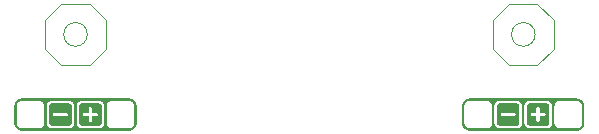
<source format=gbr>
%TF.GenerationSoftware,KiCad,Pcbnew,9.0.7*%
%TF.CreationDate,2026-02-05T22:02:29+07:00*%
%TF.ProjectId,Lapka42,4c61706b-6134-4322-9e6b-696361645f70,rev?*%
%TF.SameCoordinates,Original*%
%TF.FileFunction,Legend,Top*%
%TF.FilePolarity,Positive*%
%FSLAX46Y46*%
G04 Gerber Fmt 4.6, Leading zero omitted, Abs format (unit mm)*
G04 Created by KiCad (PCBNEW 9.0.7) date 2026-02-05 22:02:29*
%MOMM*%
%LPD*%
G01*
G04 APERTURE LIST*
%ADD10C,0.100000*%
%ADD11C,0.000000*%
G04 APERTURE END LIST*
D10*
%TO.C,SW44*%
X199750001Y-156469701D02*
G75*
G02*
X197750001Y-156469701I-1000000J0D01*
G01*
X197750001Y-156469701D02*
G75*
G02*
X199750001Y-156469701I1000000J0D01*
G01*
X201350001Y-157669701D02*
X201349999Y-155269700D01*
X201350001Y-157669701D02*
X199950001Y-159069701D01*
X199950001Y-153869701D02*
X201349999Y-155269700D01*
X197550001Y-159069701D02*
X199950001Y-159069701D01*
X197550001Y-159069701D02*
X196149999Y-157669700D01*
X197550001Y-153869701D02*
X199950001Y-153869701D01*
X196149999Y-157669700D02*
X196149997Y-155269700D01*
X196149997Y-155269700D02*
X197550001Y-153869701D01*
D11*
%TO.C,B1*%
G36*
X241208155Y-161890265D02*
G01*
X241242189Y-161892851D01*
X241275736Y-161897118D01*
X241308736Y-161903011D01*
X241341164Y-161910496D01*
X241372971Y-161919523D01*
X241404114Y-161930064D01*
X241434550Y-161942063D01*
X241464234Y-161955486D01*
X241493136Y-161970286D01*
X241521201Y-161986424D01*
X241548397Y-162003861D01*
X241574671Y-162022543D01*
X241599989Y-162042445D01*
X241624312Y-162063507D01*
X241647587Y-162085694D01*
X241669777Y-162108980D01*
X241690839Y-162133293D01*
X241710738Y-162158617D01*
X241729424Y-162184895D01*
X241746861Y-162212087D01*
X241762997Y-162240149D01*
X241777799Y-162269048D01*
X241791221Y-162298738D01*
X241803221Y-162329174D01*
X241813756Y-162360316D01*
X241822793Y-162392117D01*
X241830276Y-162424547D01*
X241836171Y-162457553D01*
X241840429Y-162491091D01*
X241843019Y-162525132D01*
X241843896Y-162559621D01*
X241843888Y-163960092D01*
X241843019Y-163994581D01*
X241840435Y-164028614D01*
X241836166Y-164062161D01*
X241830272Y-164095168D01*
X241822789Y-164127588D01*
X241813759Y-164159396D01*
X241803222Y-164190537D01*
X241791222Y-164220974D01*
X241777800Y-164250660D01*
X241762998Y-164279559D01*
X241746854Y-164307626D01*
X241729428Y-164334820D01*
X241710741Y-164361101D01*
X241690844Y-164386418D01*
X241669777Y-164410737D01*
X241647582Y-164434016D01*
X241624307Y-164456205D01*
X241599992Y-164477269D01*
X241574669Y-164497163D01*
X241548393Y-164515852D01*
X241521201Y-164533283D01*
X241493136Y-164549423D01*
X241464239Y-164564225D01*
X241434547Y-164577641D01*
X241404109Y-164589645D01*
X241372970Y-164600180D01*
X241341164Y-164609216D01*
X241308740Y-164616700D01*
X241275731Y-164622598D01*
X241242193Y-164626856D01*
X241208156Y-164629442D01*
X241173663Y-164630316D01*
X232150628Y-164630320D01*
X232116141Y-164629444D01*
X232082109Y-164626858D01*
X232048565Y-164622593D01*
X232015566Y-164616700D01*
X231983143Y-164609218D01*
X231951335Y-164600187D01*
X231920194Y-164589650D01*
X231889762Y-164577647D01*
X231860074Y-164564225D01*
X231831175Y-164549424D01*
X231803108Y-164533288D01*
X231775917Y-164515850D01*
X231749637Y-164497169D01*
X231724316Y-164477267D01*
X231699997Y-164456204D01*
X231676721Y-164434013D01*
X231654528Y-164410732D01*
X231633464Y-164386416D01*
X231613563Y-164361097D01*
X231594877Y-164334817D01*
X231577443Y-164307630D01*
X231561301Y-164279560D01*
X231546498Y-164250665D01*
X231533080Y-164220976D01*
X231521078Y-164190535D01*
X231510535Y-164159397D01*
X231501506Y-164127591D01*
X231494021Y-164095164D01*
X231488128Y-164062159D01*
X231483864Y-164028615D01*
X231481274Y-163994584D01*
X231480404Y-163960091D01*
X231480404Y-163960089D01*
X231680470Y-163960089D01*
X231681082Y-163984289D01*
X231682899Y-164008163D01*
X231685883Y-164031690D01*
X231690018Y-164054845D01*
X231695272Y-164077590D01*
X231701608Y-164099903D01*
X231709000Y-164121743D01*
X231717418Y-164143097D01*
X231726833Y-164163924D01*
X231737215Y-164184192D01*
X231748534Y-164203884D01*
X231760766Y-164222957D01*
X231773877Y-164241396D01*
X231787831Y-164259157D01*
X231802615Y-164276217D01*
X231818181Y-164292546D01*
X231834509Y-164308111D01*
X231851565Y-164322888D01*
X231869331Y-164336846D01*
X231887761Y-164349952D01*
X231906840Y-164362184D01*
X231926525Y-164373503D01*
X231946802Y-164383887D01*
X231967623Y-164393305D01*
X231988976Y-164401720D01*
X232010819Y-164409110D01*
X232033129Y-164415450D01*
X232055877Y-164420694D01*
X232079030Y-164424831D01*
X232102559Y-164427827D01*
X232126434Y-164429637D01*
X232150630Y-164430252D01*
X233551104Y-164430252D01*
X233575292Y-164429641D01*
X233599173Y-164427823D01*
X233622695Y-164424829D01*
X233645849Y-164420697D01*
X233668597Y-164415446D01*
X233690907Y-164409113D01*
X233712753Y-164401720D01*
X233734105Y-164393302D01*
X233754935Y-164383884D01*
X233775203Y-164373502D01*
X233794891Y-164362178D01*
X233813969Y-164349955D01*
X233832402Y-164336846D01*
X233850165Y-164322887D01*
X233867221Y-164308115D01*
X233883549Y-164292544D01*
X233899118Y-164276217D01*
X233913896Y-164259155D01*
X233927851Y-164241396D01*
X233940965Y-164222959D01*
X233953189Y-164203882D01*
X233964514Y-164184196D01*
X233974894Y-164163922D01*
X233984310Y-164143096D01*
X233992731Y-164121747D01*
X234000121Y-164099900D01*
X234006458Y-164077593D01*
X234011706Y-164054841D01*
X234015839Y-164031695D01*
X234018832Y-164008163D01*
X234020645Y-163984286D01*
X234021257Y-163960091D01*
X234021259Y-162559620D01*
X234021259Y-162559619D01*
X234221324Y-162559619D01*
X234221325Y-163960090D01*
X234221937Y-163984286D01*
X234223757Y-164008163D01*
X234226744Y-164031689D01*
X234230879Y-164054839D01*
X234236126Y-164077593D01*
X234242464Y-164099904D01*
X234249855Y-164121748D01*
X234258276Y-164143095D01*
X234267687Y-164163925D01*
X234278075Y-164184196D01*
X234289395Y-164203888D01*
X234301625Y-164222961D01*
X234314732Y-164241397D01*
X234328687Y-164259158D01*
X234343467Y-164276213D01*
X234359034Y-164292546D01*
X234375361Y-164308111D01*
X234392424Y-164322890D01*
X234410184Y-164336845D01*
X234428614Y-164349953D01*
X234447692Y-164362183D01*
X234467384Y-164373508D01*
X234487649Y-164383888D01*
X234508478Y-164393307D01*
X234529830Y-164401724D01*
X234551676Y-164409115D01*
X234573986Y-164415451D01*
X234596733Y-164420695D01*
X234619885Y-164424832D01*
X234643414Y-164427824D01*
X234667287Y-164429637D01*
X234691483Y-164430248D01*
X236091958Y-164430249D01*
X236116151Y-164429638D01*
X236140028Y-164427820D01*
X236163557Y-164424831D01*
X236186707Y-164420699D01*
X236209455Y-164415447D01*
X236231766Y-164409112D01*
X236253607Y-164401718D01*
X236274961Y-164393298D01*
X236295785Y-164383886D01*
X236316061Y-164373505D01*
X236335743Y-164362182D01*
X236354826Y-164349952D01*
X236373260Y-164336844D01*
X236391020Y-164322887D01*
X236408077Y-164308112D01*
X236424405Y-164292543D01*
X236439972Y-164276216D01*
X236454748Y-164259157D01*
X236468712Y-164241395D01*
X236481819Y-164222958D01*
X236494044Y-164203884D01*
X236505365Y-164184198D01*
X236515749Y-164163928D01*
X236525166Y-164143095D01*
X236533589Y-164121746D01*
X236540979Y-164099903D01*
X236547312Y-164077587D01*
X236552561Y-164054843D01*
X236556694Y-164031693D01*
X236559688Y-164008155D01*
X236561503Y-163984287D01*
X236562114Y-163960094D01*
X236562114Y-163960092D01*
X236762180Y-163960092D01*
X236762796Y-163984285D01*
X236764604Y-164008161D01*
X236767594Y-164031692D01*
X236771734Y-164054845D01*
X236776978Y-164077591D01*
X236783318Y-164099905D01*
X236790712Y-164121747D01*
X236799126Y-164143099D01*
X236808544Y-164163926D01*
X236818925Y-164184196D01*
X236830244Y-164203884D01*
X236842478Y-164222962D01*
X236855584Y-164241394D01*
X236869540Y-164259156D01*
X236884320Y-164276213D01*
X236899890Y-164292546D01*
X236916217Y-164308110D01*
X236933279Y-164322889D01*
X236951038Y-164336844D01*
X236969471Y-164349952D01*
X236988543Y-164362179D01*
X237008234Y-164373504D01*
X237028508Y-164383888D01*
X237049335Y-164393302D01*
X237070687Y-164401721D01*
X237092533Y-164409113D01*
X237114840Y-164415450D01*
X237137585Y-164420696D01*
X237160739Y-164424833D01*
X237184265Y-164427824D01*
X237208146Y-164429639D01*
X237232339Y-164430251D01*
X238632811Y-164430248D01*
X238657002Y-164429634D01*
X238680881Y-164427818D01*
X238704407Y-164424830D01*
X238727564Y-164420697D01*
X238750309Y-164415448D01*
X238772617Y-164409113D01*
X238794467Y-164401720D01*
X238815812Y-164393307D01*
X238836642Y-164383886D01*
X238856914Y-164373506D01*
X238876600Y-164362181D01*
X238895678Y-164349954D01*
X238914109Y-164336845D01*
X238931870Y-164322888D01*
X238948936Y-164308112D01*
X238965263Y-164292544D01*
X238980830Y-164276217D01*
X238995608Y-164259156D01*
X239009559Y-164241393D01*
X239022671Y-164222963D01*
X239034902Y-164203884D01*
X239046221Y-164184193D01*
X239056602Y-164163923D01*
X239066018Y-164143099D01*
X239074435Y-164121747D01*
X239081833Y-164099901D01*
X239088166Y-164077586D01*
X239093419Y-164054845D01*
X239097551Y-164031695D01*
X239100541Y-164008166D01*
X239102355Y-163984288D01*
X239102969Y-163960091D01*
X239102969Y-163960089D01*
X239303034Y-163960089D01*
X239303648Y-163984284D01*
X239305461Y-164008159D01*
X239308453Y-164031693D01*
X239312589Y-164054847D01*
X239317837Y-164077590D01*
X239324172Y-164099905D01*
X239331569Y-164121748D01*
X239339982Y-164143099D01*
X239349400Y-164163924D01*
X239359782Y-164184196D01*
X239371101Y-164203888D01*
X239383329Y-164222957D01*
X239396441Y-164241399D01*
X239410402Y-164259155D01*
X239425178Y-164276216D01*
X239440742Y-164292546D01*
X239457071Y-164308111D01*
X239474134Y-164322884D01*
X239491894Y-164336847D01*
X239510327Y-164349954D01*
X239529404Y-164362184D01*
X239549091Y-164373507D01*
X239569365Y-164383888D01*
X239590191Y-164393301D01*
X239611539Y-164401720D01*
X239633386Y-164409112D01*
X239655698Y-164415448D01*
X239678439Y-164420698D01*
X239701598Y-164424834D01*
X239725121Y-164427820D01*
X239749001Y-164429639D01*
X239773193Y-164430248D01*
X241173667Y-164430255D01*
X241197858Y-164429636D01*
X241221736Y-164427826D01*
X241245261Y-164424828D01*
X241268419Y-164420699D01*
X241291164Y-164415451D01*
X241313474Y-164409113D01*
X241335319Y-164401721D01*
X241356669Y-164393301D01*
X241377499Y-164383888D01*
X241397771Y-164373506D01*
X241417460Y-164362183D01*
X241436532Y-164349955D01*
X241454972Y-164336848D01*
X241472728Y-164322884D01*
X241489786Y-164308109D01*
X241506120Y-164292542D01*
X241521687Y-164276216D01*
X241536460Y-164259157D01*
X241550419Y-164241392D01*
X241563528Y-164222964D01*
X241575755Y-164203886D01*
X241587076Y-164184194D01*
X241597458Y-164163921D01*
X241606878Y-164143101D01*
X241615293Y-164121750D01*
X241622686Y-164099902D01*
X241629020Y-164077592D01*
X241634266Y-164054846D01*
X241638409Y-164031689D01*
X241641396Y-164008165D01*
X241643216Y-163984286D01*
X241643825Y-163960094D01*
X241643824Y-162559621D01*
X241643208Y-162535421D01*
X241641399Y-162511552D01*
X241638403Y-162488018D01*
X241634273Y-162464870D01*
X241629024Y-162442118D01*
X241622687Y-162419812D01*
X241615294Y-162397966D01*
X241606875Y-162376616D01*
X241597464Y-162355787D01*
X241587078Y-162335512D01*
X241575756Y-162315830D01*
X241563526Y-162296751D01*
X241550423Y-162278318D01*
X241536463Y-162260560D01*
X241521687Y-162243497D01*
X241506116Y-162227167D01*
X241489791Y-162211603D01*
X241472731Y-162196823D01*
X241454966Y-162182866D01*
X241436534Y-162169757D01*
X241417459Y-162157524D01*
X241397770Y-162146209D01*
X241377497Y-162135826D01*
X241356674Y-162126413D01*
X241335323Y-162117990D01*
X241313476Y-162110599D01*
X241291164Y-162104265D01*
X241268419Y-162099014D01*
X241245267Y-162094880D01*
X241221733Y-162091889D01*
X241197862Y-162090073D01*
X241173661Y-162089459D01*
X239773195Y-162089461D01*
X239748998Y-162090077D01*
X239725120Y-162091890D01*
X239701590Y-162094881D01*
X239678445Y-162099014D01*
X239655694Y-162104264D01*
X239633383Y-162110598D01*
X239611539Y-162117990D01*
X239590186Y-162126410D01*
X239569363Y-162135824D01*
X239549090Y-162146207D01*
X239529402Y-162157530D01*
X239510324Y-162169758D01*
X239491891Y-162182868D01*
X239474129Y-162196825D01*
X239457071Y-162211600D01*
X239440744Y-162227171D01*
X239425176Y-162243497D01*
X239410399Y-162260560D01*
X239396438Y-162278321D01*
X239383333Y-162296751D01*
X239371098Y-162315829D01*
X239359784Y-162335516D01*
X239349395Y-162355787D01*
X239339982Y-162376612D01*
X239331564Y-162397964D01*
X239324173Y-162419814D01*
X239317837Y-162442122D01*
X239312590Y-162464866D01*
X239308452Y-162488018D01*
X239305462Y-162511546D01*
X239303650Y-162535423D01*
X239303037Y-162559624D01*
X239303034Y-163960089D01*
X239102969Y-163960089D01*
X239102969Y-162559622D01*
X239102357Y-162535425D01*
X239100542Y-162511551D01*
X239097550Y-162488018D01*
X239093414Y-162464864D01*
X239088166Y-162442119D01*
X239081830Y-162419807D01*
X239074436Y-162397966D01*
X239066024Y-162376614D01*
X239056605Y-162355787D01*
X239046220Y-162335513D01*
X239034902Y-162315828D01*
X239022674Y-162296752D01*
X239009562Y-162278319D01*
X238995605Y-162260556D01*
X238980827Y-162243496D01*
X238965258Y-162227169D01*
X238948933Y-162211604D01*
X238931876Y-162196826D01*
X238914112Y-162182872D01*
X238895682Y-162169758D01*
X238876606Y-162157528D01*
X238856910Y-162146208D01*
X238836639Y-162135829D01*
X238815817Y-162126412D01*
X238794467Y-162117990D01*
X238772621Y-162110600D01*
X238750306Y-162104264D01*
X238727561Y-162099012D01*
X238704412Y-162094879D01*
X238680882Y-162091885D01*
X238657005Y-162090072D01*
X238632813Y-162089463D01*
X237232341Y-162089460D01*
X237208144Y-162090076D01*
X237184270Y-162091890D01*
X237160738Y-162094880D01*
X237137585Y-162099011D01*
X237114843Y-162104266D01*
X237092529Y-162110598D01*
X237070684Y-162117990D01*
X237049330Y-162126412D01*
X237028509Y-162135825D01*
X237008235Y-162146210D01*
X236988549Y-162157530D01*
X236969471Y-162169760D01*
X236951039Y-162182867D01*
X236933275Y-162196823D01*
X236916218Y-162211601D01*
X236899887Y-162227168D01*
X236884322Y-162243499D01*
X236869543Y-162260562D01*
X236855585Y-162278319D01*
X236842478Y-162296752D01*
X236830248Y-162315830D01*
X236818926Y-162335516D01*
X236808543Y-162355788D01*
X236799131Y-162376614D01*
X236790708Y-162397964D01*
X236783318Y-162419812D01*
X236776987Y-162442121D01*
X236771731Y-162464865D01*
X236767598Y-162488018D01*
X236764611Y-162511552D01*
X236762794Y-162535422D01*
X236762182Y-162559621D01*
X236762180Y-163960092D01*
X236562114Y-163960092D01*
X236562112Y-162559619D01*
X236561499Y-162535428D01*
X236559686Y-162511546D01*
X236556694Y-162488020D01*
X236552562Y-162464865D01*
X236547309Y-162442122D01*
X236540978Y-162419813D01*
X236533586Y-162397970D01*
X236525166Y-162376616D01*
X236515747Y-162355788D01*
X236505366Y-162335518D01*
X236494047Y-162315821D01*
X236481816Y-162296752D01*
X236468708Y-162278316D01*
X236454753Y-162260557D01*
X236439976Y-162243497D01*
X236424403Y-162227172D01*
X236408078Y-162211602D01*
X236391017Y-162196826D01*
X236373256Y-162182870D01*
X236354819Y-162169760D01*
X236335750Y-162157528D01*
X236316056Y-162146205D01*
X236295785Y-162135827D01*
X236274959Y-162126413D01*
X236253610Y-162117990D01*
X236231764Y-162110601D01*
X236209454Y-162104261D01*
X236186707Y-162099015D01*
X236163554Y-162094877D01*
X236140025Y-162091887D01*
X236116145Y-162090074D01*
X236091955Y-162089465D01*
X234691484Y-162089458D01*
X234667288Y-162090072D01*
X234643411Y-162091889D01*
X234619884Y-162094881D01*
X234596729Y-162099015D01*
X234573988Y-162104270D01*
X234551673Y-162110603D01*
X234529829Y-162117996D01*
X234508477Y-162126414D01*
X234487655Y-162135827D01*
X234467377Y-162146211D01*
X234447690Y-162157527D01*
X234428615Y-162169761D01*
X234410182Y-162182863D01*
X234392422Y-162196826D01*
X234375362Y-162211601D01*
X234359038Y-162227172D01*
X234343467Y-162243498D01*
X234328689Y-162260557D01*
X234314731Y-162278321D01*
X234301623Y-162296752D01*
X234289391Y-162315830D01*
X234278069Y-162335516D01*
X234267689Y-162355789D01*
X234258271Y-162376613D01*
X234249853Y-162397966D01*
X234242463Y-162419813D01*
X234236126Y-162442123D01*
X234230879Y-162464864D01*
X234226742Y-162488020D01*
X234223750Y-162511553D01*
X234221937Y-162535423D01*
X234221324Y-162559619D01*
X234021259Y-162559619D01*
X234020645Y-162535427D01*
X234018828Y-162511551D01*
X234015844Y-162488023D01*
X234011708Y-162464869D01*
X234006453Y-162442124D01*
X234000123Y-162419813D01*
X233992726Y-162397968D01*
X233984311Y-162376615D01*
X233974893Y-162355789D01*
X233964515Y-162335517D01*
X233953193Y-162315824D01*
X233940961Y-162296755D01*
X233927856Y-162278316D01*
X233913896Y-162260556D01*
X233899120Y-162243497D01*
X233883552Y-162227174D01*
X233867219Y-162211603D01*
X233850160Y-162196823D01*
X233832402Y-162182867D01*
X233813971Y-162169758D01*
X233794891Y-162157526D01*
X233775203Y-162146205D01*
X233754928Y-162135824D01*
X233734107Y-162126409D01*
X233712756Y-162117994D01*
X233690912Y-162110600D01*
X233668599Y-162104264D01*
X233645856Y-162099016D01*
X233622699Y-162094876D01*
X233599171Y-162091889D01*
X233575292Y-162090077D01*
X233551098Y-162089462D01*
X232150630Y-162089462D01*
X232126440Y-162090075D01*
X232102560Y-162091890D01*
X232079031Y-162094880D01*
X232055876Y-162099012D01*
X232033129Y-162104265D01*
X232010820Y-162110597D01*
X231988973Y-162117992D01*
X231967625Y-162126409D01*
X231946795Y-162135826D01*
X231926526Y-162146206D01*
X231906833Y-162157525D01*
X231887759Y-162169759D01*
X231869326Y-162182865D01*
X231851571Y-162196822D01*
X231834505Y-162211603D01*
X231818179Y-162227168D01*
X231802606Y-162243498D01*
X231787835Y-162260557D01*
X231773877Y-162278315D01*
X231760772Y-162296749D01*
X231748539Y-162315829D01*
X231737217Y-162335512D01*
X231726834Y-162355788D01*
X231717424Y-162376618D01*
X231709001Y-162397961D01*
X231701608Y-162419809D01*
X231695275Y-162442122D01*
X231690021Y-162464872D01*
X231685889Y-162488023D01*
X231682900Y-162511551D01*
X231681085Y-162535424D01*
X231680474Y-162559621D01*
X231680470Y-163960089D01*
X231480404Y-163960089D01*
X231480401Y-162559620D01*
X231481274Y-162525131D01*
X231483868Y-162491094D01*
X231488126Y-162457553D01*
X231494023Y-162424548D01*
X231501504Y-162392121D01*
X231510537Y-162360312D01*
X231521075Y-162329173D01*
X231533077Y-162298739D01*
X231546502Y-162269050D01*
X231561306Y-162240150D01*
X231577438Y-162212080D01*
X231594872Y-162184886D01*
X231613562Y-162158614D01*
X231633456Y-162133295D01*
X231654526Y-162108977D01*
X231676721Y-162085699D01*
X231699998Y-162063505D01*
X231724320Y-162042439D01*
X231749634Y-162022542D01*
X231775914Y-162003855D01*
X231803105Y-161986428D01*
X231831175Y-161970290D01*
X231860074Y-161955484D01*
X231889761Y-161942063D01*
X231920194Y-161930063D01*
X231951335Y-161919529D01*
X231983137Y-161910495D01*
X232015565Y-161903013D01*
X232048572Y-161897116D01*
X232082105Y-161892854D01*
X232116144Y-161890267D01*
X232150631Y-161889397D01*
X241173667Y-161889395D01*
X241208155Y-161890265D01*
G37*
G36*
X238645682Y-162309861D02*
G01*
X238658377Y-162310827D01*
X238670893Y-162312417D01*
X238683212Y-162314618D01*
X238695305Y-162317412D01*
X238707172Y-162320782D01*
X238718794Y-162324710D01*
X238730153Y-162329193D01*
X238741230Y-162334197D01*
X238752016Y-162339719D01*
X238762487Y-162345741D01*
X238772633Y-162352244D01*
X238782440Y-162359220D01*
X238791888Y-162366647D01*
X238800963Y-162374502D01*
X238809643Y-162382787D01*
X238817926Y-162391467D01*
X238825786Y-162400542D01*
X238833209Y-162409987D01*
X238840183Y-162419797D01*
X238846687Y-162429947D01*
X238852709Y-162440412D01*
X238858234Y-162451201D01*
X238863240Y-162462276D01*
X238867718Y-162473629D01*
X238871653Y-162485252D01*
X238875019Y-162497123D01*
X238877814Y-162509220D01*
X238880011Y-162521534D01*
X238881604Y-162534054D01*
X238882569Y-162546751D01*
X238882892Y-162559622D01*
X238882894Y-163259854D01*
X238882898Y-163960093D01*
X238882570Y-163972963D01*
X238881599Y-163985662D01*
X238880012Y-163998178D01*
X238877812Y-164010490D01*
X238875021Y-164022594D01*
X238871646Y-164034462D01*
X238867721Y-164046076D01*
X238863242Y-164057433D01*
X238858233Y-164068513D01*
X238852712Y-164079295D01*
X238846689Y-164089770D01*
X238840183Y-164099917D01*
X238833214Y-164109721D01*
X238825788Y-164119167D01*
X238817925Y-164128242D01*
X238809647Y-164136928D01*
X238800957Y-164145204D01*
X238791883Y-164153069D01*
X238782440Y-164160490D01*
X238772630Y-164167465D01*
X238762490Y-164173972D01*
X238752014Y-164179989D01*
X238741232Y-164185515D01*
X238730156Y-164190524D01*
X238718801Y-164195000D01*
X238707179Y-164198932D01*
X238695313Y-164202301D01*
X238683209Y-164205097D01*
X238670898Y-164207295D01*
X238658381Y-164208886D01*
X238645679Y-164209853D01*
X238632815Y-164210180D01*
X237232338Y-164210174D01*
X237219471Y-164209848D01*
X237206767Y-164208884D01*
X237194256Y-164207297D01*
X237181934Y-164205092D01*
X237169841Y-164202297D01*
X237157971Y-164198932D01*
X237146354Y-164195002D01*
X237134998Y-164190520D01*
X237123916Y-164185509D01*
X237113133Y-164179988D01*
X237102662Y-164173971D01*
X237092513Y-164167466D01*
X237082709Y-164160491D01*
X237073260Y-164153069D01*
X237064187Y-164145209D01*
X237055500Y-164136927D01*
X237047222Y-164128243D01*
X237039361Y-164119166D01*
X237031936Y-164109719D01*
X237024967Y-164099920D01*
X237018461Y-164089768D01*
X237012440Y-164079296D01*
X237006913Y-164068513D01*
X237001908Y-164057434D01*
X236997429Y-164046074D01*
X236993496Y-164034460D01*
X236990126Y-164022591D01*
X236987336Y-164010491D01*
X236985137Y-163998176D01*
X236983545Y-163985661D01*
X236982579Y-163972961D01*
X236982256Y-163960087D01*
X236982255Y-163259853D01*
X237292360Y-163259853D01*
X237292554Y-163267574D01*
X237293135Y-163275196D01*
X237294086Y-163282706D01*
X237295408Y-163290098D01*
X237297080Y-163297354D01*
X237299106Y-163304473D01*
X237301467Y-163311447D01*
X237304149Y-163318263D01*
X237307157Y-163324908D01*
X237310469Y-163331376D01*
X237314083Y-163337661D01*
X237317986Y-163343750D01*
X237322168Y-163349630D01*
X237326623Y-163355300D01*
X237331343Y-163360747D01*
X237336307Y-163365958D01*
X237341517Y-163370923D01*
X237346963Y-163375642D01*
X237352632Y-163380095D01*
X237358517Y-163384277D01*
X237364603Y-163388183D01*
X237370883Y-163391797D01*
X237377354Y-163395105D01*
X237384006Y-163398114D01*
X237390817Y-163400801D01*
X237397788Y-163403158D01*
X237404910Y-163405183D01*
X237412168Y-163406860D01*
X237419553Y-163408179D01*
X237427070Y-163409133D01*
X237434687Y-163409710D01*
X237442413Y-163409909D01*
X237772569Y-163409903D01*
X237772569Y-163739971D01*
X237772760Y-163747689D01*
X237773348Y-163755309D01*
X237774300Y-163762816D01*
X237775621Y-163770207D01*
X237777292Y-163777467D01*
X237779316Y-163784587D01*
X237781674Y-163791561D01*
X237784362Y-163798372D01*
X237787367Y-163805020D01*
X237790684Y-163811494D01*
X237794297Y-163817775D01*
X237798195Y-163823862D01*
X237802380Y-163829746D01*
X237806836Y-163835413D01*
X237811552Y-163840860D01*
X237816519Y-163846066D01*
X237821728Y-163851035D01*
X237827174Y-163855755D01*
X237832845Y-163860209D01*
X237838730Y-163864394D01*
X237844816Y-163868296D01*
X237851095Y-163871905D01*
X237857569Y-163875220D01*
X237864217Y-163878231D01*
X237871029Y-163880911D01*
X237878001Y-163883272D01*
X237885124Y-163885298D01*
X237892382Y-163886972D01*
X237899771Y-163888290D01*
X237907279Y-163889246D01*
X237914896Y-163889821D01*
X237922623Y-163890016D01*
X237930341Y-163889825D01*
X237937966Y-163889246D01*
X237945473Y-163888287D01*
X237952862Y-163886968D01*
X237960121Y-163885295D01*
X237967239Y-163883274D01*
X237974209Y-163880915D01*
X237981026Y-163878230D01*
X237987677Y-163875221D01*
X237994143Y-163871909D01*
X238000422Y-163868296D01*
X238006519Y-163864393D01*
X238012393Y-163860208D01*
X238018061Y-163855755D01*
X238023513Y-163851038D01*
X238028721Y-163846069D01*
X238033692Y-163840859D01*
X238038405Y-163835412D01*
X238042859Y-163829745D01*
X238047042Y-163823861D01*
X238050947Y-163817769D01*
X238054561Y-163811489D01*
X238057872Y-163805023D01*
X238060877Y-163798372D01*
X238063565Y-163791562D01*
X238065924Y-163784589D01*
X238067944Y-163777467D01*
X238069620Y-163770210D01*
X238070944Y-163762819D01*
X238071896Y-163755308D01*
X238072478Y-163747687D01*
X238072670Y-163739967D01*
X238072672Y-163409907D01*
X238402730Y-163409903D01*
X238410454Y-163409711D01*
X238418071Y-163409130D01*
X238425580Y-163408174D01*
X238432974Y-163406856D01*
X238440232Y-163405182D01*
X238447354Y-163403159D01*
X238454321Y-163400802D01*
X238461138Y-163398113D01*
X238467785Y-163395109D01*
X238474255Y-163391791D01*
X238480536Y-163388185D01*
X238486626Y-163384281D01*
X238492511Y-163380096D01*
X238498179Y-163375642D01*
X238503619Y-163370925D01*
X238508835Y-163365955D01*
X238513801Y-163360743D01*
X238518520Y-163355301D01*
X238522974Y-163349633D01*
X238527157Y-163343750D01*
X238531060Y-163337660D01*
X238534670Y-163331377D01*
X238537986Y-163324908D01*
X238540991Y-163318258D01*
X238543679Y-163311445D01*
X238546040Y-163304477D01*
X238548058Y-163297355D01*
X238549737Y-163290097D01*
X238551050Y-163282707D01*
X238552005Y-163275195D01*
X238552586Y-163267577D01*
X238552782Y-163259853D01*
X238552586Y-163252134D01*
X238552009Y-163244513D01*
X238551057Y-163237009D01*
X238549733Y-163229617D01*
X238548059Y-163222357D01*
X238546035Y-163215232D01*
X238543677Y-163208267D01*
X238540988Y-163201448D01*
X238537983Y-163194802D01*
X238534672Y-163188335D01*
X238531061Y-163182050D01*
X238527153Y-163175961D01*
X238522972Y-163170079D01*
X238518516Y-163164407D01*
X238513801Y-163158966D01*
X238508832Y-163153755D01*
X238503623Y-163148789D01*
X238498178Y-163144072D01*
X238492509Y-163139613D01*
X238486624Y-163135432D01*
X238480539Y-163131526D01*
X238474257Y-163127914D01*
X238467783Y-163124603D01*
X238461138Y-163121596D01*
X238454327Y-163118913D01*
X238447351Y-163116552D01*
X238440228Y-163114528D01*
X238432970Y-163112851D01*
X238425584Y-163111531D01*
X238418072Y-163110578D01*
X238410453Y-163110001D01*
X238402736Y-163109805D01*
X238072671Y-163109805D01*
X238072671Y-162779642D01*
X238072479Y-162771923D01*
X238071895Y-162764303D01*
X238070944Y-162756797D01*
X238069619Y-162749403D01*
X238067945Y-162742144D01*
X238065923Y-162735028D01*
X238063569Y-162728050D01*
X238060880Y-162721239D01*
X238057874Y-162714588D01*
X238054563Y-162708123D01*
X238050950Y-162701838D01*
X238047045Y-162695753D01*
X238042856Y-162689866D01*
X238038404Y-162684200D01*
X238033691Y-162678755D01*
X238028723Y-162673543D01*
X238023510Y-162668573D01*
X238018067Y-162663860D01*
X238012395Y-162659406D01*
X238006514Y-162655223D01*
X238000428Y-162651315D01*
X237994145Y-162647699D01*
X237987672Y-162644391D01*
X237981025Y-162641387D01*
X237974212Y-162638700D01*
X237967243Y-162636339D01*
X237960123Y-162634317D01*
X237952862Y-162632643D01*
X237945471Y-162631323D01*
X237937964Y-162630370D01*
X237930344Y-162629788D01*
X237922621Y-162629596D01*
X237914901Y-162629789D01*
X237907280Y-162630365D01*
X237899767Y-162631324D01*
X237892383Y-162632640D01*
X237885124Y-162634317D01*
X237878002Y-162636342D01*
X237871030Y-162638700D01*
X237864219Y-162641383D01*
X237857573Y-162644392D01*
X237851098Y-162647704D01*
X237844815Y-162651317D01*
X237838730Y-162655220D01*
X237832847Y-162659402D01*
X237827180Y-162663858D01*
X237821730Y-162668577D01*
X237816518Y-162673545D01*
X237811554Y-162678752D01*
X237806833Y-162684197D01*
X237802380Y-162689868D01*
X237798197Y-162695749D01*
X237794293Y-162701841D01*
X237790684Y-162708122D01*
X237787367Y-162714594D01*
X237784364Y-162721241D01*
X237781679Y-162728054D01*
X237779318Y-162735024D01*
X237777292Y-162742147D01*
X237775622Y-162749405D01*
X237774299Y-162756791D01*
X237773345Y-162764305D01*
X237772767Y-162771926D01*
X237772573Y-162779645D01*
X237772572Y-163109802D01*
X237442407Y-163109808D01*
X237434690Y-163110001D01*
X237427066Y-163110583D01*
X237419560Y-163111538D01*
X237412168Y-163112857D01*
X237404909Y-163114529D01*
X237397791Y-163116550D01*
X237390822Y-163118908D01*
X237384003Y-163121596D01*
X237377360Y-163124603D01*
X237370889Y-163127918D01*
X237364605Y-163131527D01*
X237358519Y-163135432D01*
X237352630Y-163139616D01*
X237346967Y-163144072D01*
X237341515Y-163148786D01*
X237336310Y-163153756D01*
X237331338Y-163158966D01*
X237326625Y-163164413D01*
X237322170Y-163170079D01*
X237317986Y-163175964D01*
X237314085Y-163182050D01*
X237310469Y-163188333D01*
X237307155Y-163194803D01*
X237304152Y-163201451D01*
X237301464Y-163208265D01*
X237299107Y-163215235D01*
X237297087Y-163222359D01*
X237295410Y-163229614D01*
X237294089Y-163237007D01*
X237293132Y-163244513D01*
X237292556Y-163252135D01*
X237292360Y-163259853D01*
X236982255Y-163259853D01*
X236982255Y-162559619D01*
X236982578Y-162546750D01*
X236983545Y-162534050D01*
X236985136Y-162521534D01*
X236987334Y-162509217D01*
X236990126Y-162497119D01*
X236993499Y-162485253D01*
X236997432Y-162473629D01*
X237001910Y-162462278D01*
X237006917Y-162451199D01*
X237012437Y-162440414D01*
X237018458Y-162429943D01*
X237024966Y-162419796D01*
X237031940Y-162409990D01*
X237039360Y-162400546D01*
X237047222Y-162391471D01*
X237055501Y-162382780D01*
X237064190Y-162374506D01*
X237073263Y-162366646D01*
X237082710Y-162359217D01*
X237092513Y-162352248D01*
X237102661Y-162345741D01*
X237113139Y-162339720D01*
X237123920Y-162334196D01*
X237134996Y-162329187D01*
X237146352Y-162324712D01*
X237157970Y-162320783D01*
X237169837Y-162317407D01*
X237181939Y-162314614D01*
X237194255Y-162312416D01*
X237206770Y-162310829D01*
X237219471Y-162309859D01*
X237232336Y-162309537D01*
X238632808Y-162309536D01*
X238645682Y-162309861D01*
G37*
G36*
X236104825Y-162309863D02*
G01*
X236117520Y-162310826D01*
X236130042Y-162312419D01*
X236142354Y-162314619D01*
X236154456Y-162317408D01*
X236166324Y-162320774D01*
X236177942Y-162324714D01*
X236189300Y-162329187D01*
X236200374Y-162334197D01*
X236211159Y-162339723D01*
X236221632Y-162345737D01*
X236231773Y-162352249D01*
X236241588Y-162359218D01*
X236251033Y-162366640D01*
X236260106Y-162374499D01*
X236268788Y-162382782D01*
X236277071Y-162391472D01*
X236284928Y-162400544D01*
X236292356Y-162409992D01*
X236299328Y-162419792D01*
X236305833Y-162429946D01*
X236311853Y-162440416D01*
X236317376Y-162451198D01*
X236322386Y-162462278D01*
X236326862Y-162473630D01*
X236330797Y-162485253D01*
X236334165Y-162497120D01*
X236336957Y-162509218D01*
X236339156Y-162521534D01*
X236340749Y-162534051D01*
X236341716Y-162546747D01*
X236342037Y-162559620D01*
X236342038Y-163259854D01*
X236342043Y-163960092D01*
X236341713Y-163972959D01*
X236340748Y-163985663D01*
X236339160Y-163998176D01*
X236336959Y-164010489D01*
X236334167Y-164022593D01*
X236330792Y-164034459D01*
X236326864Y-164046079D01*
X236322384Y-164057434D01*
X236317380Y-164068513D01*
X236311856Y-164079296D01*
X236305834Y-164089769D01*
X236299329Y-164099915D01*
X236292357Y-164109721D01*
X236284930Y-164119169D01*
X236277073Y-164128242D01*
X236268792Y-164136925D01*
X236260103Y-164145205D01*
X236251027Y-164153068D01*
X236241585Y-164160489D01*
X236231783Y-164167462D01*
X236221636Y-164173967D01*
X236211159Y-164179992D01*
X236200378Y-164185515D01*
X236189299Y-164190521D01*
X236177941Y-164195004D01*
X236166324Y-164198932D01*
X236154457Y-164202299D01*
X236142354Y-164205096D01*
X236130038Y-164207294D01*
X236117523Y-164208886D01*
X236104825Y-164209852D01*
X236091957Y-164210177D01*
X234691484Y-164210178D01*
X234678617Y-164209850D01*
X234665917Y-164208885D01*
X234653399Y-164207295D01*
X234641086Y-164205092D01*
X234628982Y-164202303D01*
X234617118Y-164198933D01*
X234605495Y-164195001D01*
X234594142Y-164190523D01*
X234583062Y-164185517D01*
X234572282Y-164179994D01*
X234561807Y-164173969D01*
X234551655Y-164167466D01*
X234541855Y-164160491D01*
X234532404Y-164153070D01*
X234523335Y-164145208D01*
X234514648Y-164136925D01*
X234506372Y-164128242D01*
X234498507Y-164119171D01*
X234491082Y-164109716D01*
X234484110Y-164099916D01*
X234477606Y-164089769D01*
X234471582Y-164079294D01*
X234466058Y-164068513D01*
X234461051Y-164057433D01*
X234456574Y-164046075D01*
X234452640Y-164034460D01*
X234449275Y-164022593D01*
X234446481Y-164010494D01*
X234444283Y-163998179D01*
X234442688Y-163985660D01*
X234441727Y-163972965D01*
X234441402Y-163960086D01*
X234441400Y-163259857D01*
X234751502Y-163259857D01*
X234751700Y-163267576D01*
X234752279Y-163275197D01*
X234753236Y-163282707D01*
X234754554Y-163290096D01*
X234756229Y-163297358D01*
X234758251Y-163304476D01*
X234760610Y-163311448D01*
X234763297Y-163318262D01*
X234766299Y-163324907D01*
X234769613Y-163331376D01*
X234773223Y-163337661D01*
X234777131Y-163343749D01*
X234781313Y-163349634D01*
X234785773Y-163355304D01*
X234790486Y-163360741D01*
X234795452Y-163365955D01*
X234800664Y-163370923D01*
X234806109Y-163375643D01*
X234811779Y-163380094D01*
X234817661Y-163384277D01*
X234823750Y-163388181D01*
X234830028Y-163391794D01*
X234836504Y-163395110D01*
X234843150Y-163398111D01*
X234849964Y-163400801D01*
X234856934Y-163403159D01*
X234864055Y-163405179D01*
X234871314Y-163406862D01*
X234878706Y-163408175D01*
X234886214Y-163409136D01*
X234893836Y-163409711D01*
X234901550Y-163409905D01*
X235861881Y-163409909D01*
X235869597Y-163409710D01*
X235877218Y-163409128D01*
X235884729Y-163408176D01*
X235892117Y-163406859D01*
X235899375Y-163405182D01*
X235906496Y-163403158D01*
X235913469Y-163400804D01*
X235920285Y-163398115D01*
X235926929Y-163395108D01*
X235933400Y-163391797D01*
X235939679Y-163388182D01*
X235945771Y-163384281D01*
X235951651Y-163380096D01*
X235957318Y-163375638D01*
X235962770Y-163370924D01*
X235967974Y-163365955D01*
X235972946Y-163360748D01*
X235977663Y-163355304D01*
X235982117Y-163349629D01*
X235986305Y-163343752D01*
X235990203Y-163337660D01*
X235993812Y-163331380D01*
X235997129Y-163324910D01*
X236000136Y-163318256D01*
X236002823Y-163311447D01*
X236005177Y-163304474D01*
X236007206Y-163297354D01*
X236008879Y-163290094D01*
X236010198Y-163282705D01*
X236011155Y-163275198D01*
X236011733Y-163267576D01*
X236011928Y-163259856D01*
X236011731Y-163252133D01*
X236011153Y-163244516D01*
X236010200Y-163237005D01*
X236008876Y-163229615D01*
X236007204Y-163222356D01*
X236005184Y-163215237D01*
X236002822Y-163208261D01*
X236000136Y-163201450D01*
X235997131Y-163194806D01*
X235993821Y-163188337D01*
X235990207Y-163182051D01*
X235986300Y-163175962D01*
X235982113Y-163170081D01*
X235977660Y-163164410D01*
X235972948Y-163158970D01*
X235967981Y-163153757D01*
X235962766Y-163148788D01*
X235957324Y-163144071D01*
X235951654Y-163139615D01*
X235945770Y-163135435D01*
X235939683Y-163131526D01*
X235933402Y-163127918D01*
X235926927Y-163124602D01*
X235920280Y-163121596D01*
X235913468Y-163118911D01*
X235906495Y-163116548D01*
X235899377Y-163114530D01*
X235892115Y-163112857D01*
X235884728Y-163111531D01*
X235877220Y-163110578D01*
X235869599Y-163110000D01*
X235861874Y-163109804D01*
X234901559Y-163109805D01*
X234893832Y-163110000D01*
X234886216Y-163110578D01*
X234878701Y-163111533D01*
X234871318Y-163112853D01*
X234864056Y-163114527D01*
X234856935Y-163116551D01*
X234849965Y-163118912D01*
X234843151Y-163121597D01*
X234836503Y-163124601D01*
X234830034Y-163127915D01*
X234823750Y-163131526D01*
X234817662Y-163135428D01*
X234811778Y-163139617D01*
X234806109Y-163144071D01*
X234800668Y-163148786D01*
X234795456Y-163153753D01*
X234790485Y-163158965D01*
X234785768Y-163164410D01*
X234781317Y-163170080D01*
X234777127Y-163175962D01*
X234773228Y-163182046D01*
X234769614Y-163188334D01*
X234766304Y-163194803D01*
X234763298Y-163201449D01*
X234760608Y-163208264D01*
X234758252Y-163215239D01*
X234756231Y-163222357D01*
X234754551Y-163229615D01*
X234753234Y-163237006D01*
X234752281Y-163244517D01*
X234751699Y-163252134D01*
X234751502Y-163259857D01*
X234441400Y-163259857D01*
X234441397Y-162559622D01*
X234441726Y-162546752D01*
X234442692Y-162534052D01*
X234444282Y-162521535D01*
X234446478Y-162509222D01*
X234449275Y-162497121D01*
X234452644Y-162485254D01*
X234456575Y-162473628D01*
X234461050Y-162462274D01*
X234466060Y-162451200D01*
X234471584Y-162440414D01*
X234477603Y-162429941D01*
X234484110Y-162419797D01*
X234491082Y-162409991D01*
X234498505Y-162400546D01*
X234506365Y-162391470D01*
X234514646Y-162382783D01*
X234523331Y-162374504D01*
X234532407Y-162366641D01*
X234541854Y-162359217D01*
X234551664Y-162352246D01*
X234561804Y-162345740D01*
X234572275Y-162339718D01*
X234583065Y-162334196D01*
X234594139Y-162329190D01*
X234605497Y-162324710D01*
X234617114Y-162320782D01*
X234628987Y-162317412D01*
X234641082Y-162314614D01*
X234653397Y-162312417D01*
X234665912Y-162310828D01*
X234678613Y-162309859D01*
X234691481Y-162309535D01*
X236091953Y-162309534D01*
X236104825Y-162309863D01*
G37*
%TO.C,B2*%
G36*
X203296014Y-161890265D02*
G01*
X203330048Y-161892851D01*
X203363595Y-161897118D01*
X203396595Y-161903011D01*
X203429023Y-161910496D01*
X203460830Y-161919523D01*
X203491973Y-161930064D01*
X203522409Y-161942063D01*
X203552093Y-161955486D01*
X203580995Y-161970286D01*
X203609060Y-161986424D01*
X203636256Y-162003861D01*
X203662530Y-162022543D01*
X203687848Y-162042445D01*
X203712171Y-162063507D01*
X203735446Y-162085694D01*
X203757636Y-162108980D01*
X203778698Y-162133293D01*
X203798597Y-162158617D01*
X203817283Y-162184895D01*
X203834720Y-162212087D01*
X203850856Y-162240149D01*
X203865658Y-162269048D01*
X203879080Y-162298738D01*
X203891080Y-162329174D01*
X203901615Y-162360316D01*
X203910652Y-162392117D01*
X203918135Y-162424547D01*
X203924030Y-162457553D01*
X203928288Y-162491091D01*
X203930878Y-162525132D01*
X203931755Y-162559621D01*
X203931747Y-163960092D01*
X203930878Y-163994581D01*
X203928294Y-164028614D01*
X203924025Y-164062161D01*
X203918131Y-164095168D01*
X203910648Y-164127588D01*
X203901618Y-164159396D01*
X203891081Y-164190537D01*
X203879081Y-164220974D01*
X203865659Y-164250660D01*
X203850857Y-164279559D01*
X203834713Y-164307626D01*
X203817287Y-164334820D01*
X203798600Y-164361101D01*
X203778703Y-164386418D01*
X203757636Y-164410737D01*
X203735441Y-164434016D01*
X203712166Y-164456205D01*
X203687851Y-164477269D01*
X203662528Y-164497163D01*
X203636252Y-164515852D01*
X203609060Y-164533283D01*
X203580995Y-164549423D01*
X203552098Y-164564225D01*
X203522406Y-164577641D01*
X203491968Y-164589645D01*
X203460829Y-164600180D01*
X203429023Y-164609216D01*
X203396599Y-164616700D01*
X203363590Y-164622598D01*
X203330052Y-164626856D01*
X203296015Y-164629442D01*
X203261522Y-164630316D01*
X194238487Y-164630320D01*
X194204000Y-164629444D01*
X194169968Y-164626858D01*
X194136424Y-164622593D01*
X194103425Y-164616700D01*
X194071002Y-164609218D01*
X194039194Y-164600187D01*
X194008053Y-164589650D01*
X193977621Y-164577647D01*
X193947933Y-164564225D01*
X193919034Y-164549424D01*
X193890967Y-164533288D01*
X193863776Y-164515850D01*
X193837496Y-164497169D01*
X193812175Y-164477267D01*
X193787856Y-164456204D01*
X193764580Y-164434013D01*
X193742387Y-164410732D01*
X193721323Y-164386416D01*
X193701422Y-164361097D01*
X193682736Y-164334817D01*
X193665302Y-164307630D01*
X193649160Y-164279560D01*
X193634357Y-164250665D01*
X193620939Y-164220976D01*
X193608937Y-164190535D01*
X193598394Y-164159397D01*
X193589365Y-164127591D01*
X193581880Y-164095164D01*
X193575987Y-164062159D01*
X193571723Y-164028615D01*
X193569133Y-163994584D01*
X193568263Y-163960091D01*
X193568263Y-163960089D01*
X193768329Y-163960089D01*
X193768941Y-163984289D01*
X193770758Y-164008163D01*
X193773742Y-164031690D01*
X193777877Y-164054845D01*
X193783131Y-164077590D01*
X193789467Y-164099903D01*
X193796859Y-164121743D01*
X193805277Y-164143097D01*
X193814692Y-164163924D01*
X193825074Y-164184192D01*
X193836393Y-164203884D01*
X193848625Y-164222957D01*
X193861736Y-164241396D01*
X193875690Y-164259157D01*
X193890474Y-164276217D01*
X193906040Y-164292546D01*
X193922368Y-164308111D01*
X193939424Y-164322888D01*
X193957190Y-164336846D01*
X193975620Y-164349952D01*
X193994699Y-164362184D01*
X194014384Y-164373503D01*
X194034661Y-164383887D01*
X194055482Y-164393305D01*
X194076835Y-164401720D01*
X194098678Y-164409110D01*
X194120988Y-164415450D01*
X194143736Y-164420694D01*
X194166889Y-164424831D01*
X194190418Y-164427827D01*
X194214293Y-164429637D01*
X194238489Y-164430252D01*
X195638963Y-164430252D01*
X195663151Y-164429641D01*
X195687032Y-164427823D01*
X195710554Y-164424829D01*
X195733708Y-164420697D01*
X195756456Y-164415446D01*
X195778766Y-164409113D01*
X195800612Y-164401720D01*
X195821964Y-164393302D01*
X195842794Y-164383884D01*
X195863062Y-164373502D01*
X195882750Y-164362178D01*
X195901828Y-164349955D01*
X195920261Y-164336846D01*
X195938024Y-164322887D01*
X195955080Y-164308115D01*
X195971408Y-164292544D01*
X195986977Y-164276217D01*
X196001755Y-164259155D01*
X196015710Y-164241396D01*
X196028824Y-164222959D01*
X196041048Y-164203882D01*
X196052373Y-164184196D01*
X196062753Y-164163922D01*
X196072169Y-164143096D01*
X196080590Y-164121747D01*
X196087980Y-164099900D01*
X196094317Y-164077593D01*
X196099565Y-164054841D01*
X196103698Y-164031695D01*
X196106691Y-164008163D01*
X196108504Y-163984286D01*
X196109116Y-163960091D01*
X196109118Y-162559620D01*
X196109118Y-162559619D01*
X196309183Y-162559619D01*
X196309184Y-163960090D01*
X196309796Y-163984286D01*
X196311616Y-164008163D01*
X196314603Y-164031689D01*
X196318738Y-164054839D01*
X196323985Y-164077593D01*
X196330323Y-164099904D01*
X196337714Y-164121748D01*
X196346135Y-164143095D01*
X196355546Y-164163925D01*
X196365934Y-164184196D01*
X196377254Y-164203888D01*
X196389484Y-164222961D01*
X196402591Y-164241397D01*
X196416546Y-164259158D01*
X196431326Y-164276213D01*
X196446893Y-164292546D01*
X196463220Y-164308111D01*
X196480283Y-164322890D01*
X196498043Y-164336845D01*
X196516473Y-164349953D01*
X196535551Y-164362183D01*
X196555243Y-164373508D01*
X196575508Y-164383888D01*
X196596337Y-164393307D01*
X196617689Y-164401724D01*
X196639535Y-164409115D01*
X196661845Y-164415451D01*
X196684592Y-164420695D01*
X196707744Y-164424832D01*
X196731273Y-164427824D01*
X196755146Y-164429637D01*
X196779342Y-164430248D01*
X198179817Y-164430249D01*
X198204010Y-164429638D01*
X198227887Y-164427820D01*
X198251416Y-164424831D01*
X198274566Y-164420699D01*
X198297314Y-164415447D01*
X198319625Y-164409112D01*
X198341466Y-164401718D01*
X198362820Y-164393298D01*
X198383644Y-164383886D01*
X198403920Y-164373505D01*
X198423602Y-164362182D01*
X198442685Y-164349952D01*
X198461119Y-164336844D01*
X198478879Y-164322887D01*
X198495936Y-164308112D01*
X198512264Y-164292543D01*
X198527831Y-164276216D01*
X198542607Y-164259157D01*
X198556571Y-164241395D01*
X198569678Y-164222958D01*
X198581903Y-164203884D01*
X198593224Y-164184198D01*
X198603608Y-164163928D01*
X198613025Y-164143095D01*
X198621448Y-164121746D01*
X198628838Y-164099903D01*
X198635171Y-164077587D01*
X198640420Y-164054843D01*
X198644553Y-164031693D01*
X198647547Y-164008155D01*
X198649362Y-163984287D01*
X198649973Y-163960094D01*
X198649973Y-163960092D01*
X198850039Y-163960092D01*
X198850655Y-163984285D01*
X198852463Y-164008161D01*
X198855453Y-164031692D01*
X198859593Y-164054845D01*
X198864837Y-164077591D01*
X198871177Y-164099905D01*
X198878571Y-164121747D01*
X198886985Y-164143099D01*
X198896403Y-164163926D01*
X198906784Y-164184196D01*
X198918103Y-164203884D01*
X198930337Y-164222962D01*
X198943443Y-164241394D01*
X198957399Y-164259156D01*
X198972179Y-164276213D01*
X198987749Y-164292546D01*
X199004076Y-164308110D01*
X199021138Y-164322889D01*
X199038897Y-164336844D01*
X199057330Y-164349952D01*
X199076402Y-164362179D01*
X199096093Y-164373504D01*
X199116367Y-164383888D01*
X199137194Y-164393302D01*
X199158546Y-164401721D01*
X199180392Y-164409113D01*
X199202699Y-164415450D01*
X199225444Y-164420696D01*
X199248598Y-164424833D01*
X199272124Y-164427824D01*
X199296005Y-164429639D01*
X199320198Y-164430251D01*
X200720670Y-164430248D01*
X200744861Y-164429634D01*
X200768740Y-164427818D01*
X200792266Y-164424830D01*
X200815423Y-164420697D01*
X200838168Y-164415448D01*
X200860476Y-164409113D01*
X200882326Y-164401720D01*
X200903671Y-164393307D01*
X200924501Y-164383886D01*
X200944773Y-164373506D01*
X200964459Y-164362181D01*
X200983537Y-164349954D01*
X201001968Y-164336845D01*
X201019729Y-164322888D01*
X201036795Y-164308112D01*
X201053122Y-164292544D01*
X201068689Y-164276217D01*
X201083467Y-164259156D01*
X201097418Y-164241393D01*
X201110530Y-164222963D01*
X201122761Y-164203884D01*
X201134080Y-164184193D01*
X201144461Y-164163923D01*
X201153877Y-164143099D01*
X201162294Y-164121747D01*
X201169692Y-164099901D01*
X201176025Y-164077586D01*
X201181278Y-164054845D01*
X201185410Y-164031695D01*
X201188400Y-164008166D01*
X201190214Y-163984288D01*
X201190828Y-163960091D01*
X201190828Y-163960089D01*
X201390893Y-163960089D01*
X201391507Y-163984284D01*
X201393320Y-164008159D01*
X201396312Y-164031693D01*
X201400448Y-164054847D01*
X201405696Y-164077590D01*
X201412031Y-164099905D01*
X201419428Y-164121748D01*
X201427841Y-164143099D01*
X201437259Y-164163924D01*
X201447641Y-164184196D01*
X201458960Y-164203888D01*
X201471188Y-164222957D01*
X201484300Y-164241399D01*
X201498261Y-164259155D01*
X201513037Y-164276216D01*
X201528601Y-164292546D01*
X201544930Y-164308111D01*
X201561993Y-164322884D01*
X201579753Y-164336847D01*
X201598186Y-164349954D01*
X201617263Y-164362184D01*
X201636950Y-164373507D01*
X201657224Y-164383888D01*
X201678050Y-164393301D01*
X201699398Y-164401720D01*
X201721245Y-164409112D01*
X201743557Y-164415448D01*
X201766298Y-164420698D01*
X201789457Y-164424834D01*
X201812980Y-164427820D01*
X201836860Y-164429639D01*
X201861052Y-164430248D01*
X203261526Y-164430255D01*
X203285717Y-164429636D01*
X203309595Y-164427826D01*
X203333120Y-164424828D01*
X203356278Y-164420699D01*
X203379023Y-164415451D01*
X203401333Y-164409113D01*
X203423178Y-164401721D01*
X203444528Y-164393301D01*
X203465358Y-164383888D01*
X203485630Y-164373506D01*
X203505319Y-164362183D01*
X203524391Y-164349955D01*
X203542831Y-164336848D01*
X203560587Y-164322884D01*
X203577645Y-164308109D01*
X203593979Y-164292542D01*
X203609546Y-164276216D01*
X203624319Y-164259157D01*
X203638278Y-164241392D01*
X203651387Y-164222964D01*
X203663614Y-164203886D01*
X203674935Y-164184194D01*
X203685317Y-164163921D01*
X203694737Y-164143101D01*
X203703152Y-164121750D01*
X203710545Y-164099902D01*
X203716879Y-164077592D01*
X203722125Y-164054846D01*
X203726268Y-164031689D01*
X203729255Y-164008165D01*
X203731075Y-163984286D01*
X203731684Y-163960094D01*
X203731683Y-162559621D01*
X203731067Y-162535421D01*
X203729258Y-162511552D01*
X203726262Y-162488018D01*
X203722132Y-162464870D01*
X203716883Y-162442118D01*
X203710546Y-162419812D01*
X203703153Y-162397966D01*
X203694734Y-162376616D01*
X203685323Y-162355787D01*
X203674937Y-162335512D01*
X203663615Y-162315830D01*
X203651385Y-162296751D01*
X203638282Y-162278318D01*
X203624322Y-162260560D01*
X203609546Y-162243497D01*
X203593975Y-162227167D01*
X203577650Y-162211603D01*
X203560590Y-162196823D01*
X203542825Y-162182866D01*
X203524393Y-162169757D01*
X203505318Y-162157524D01*
X203485629Y-162146209D01*
X203465356Y-162135826D01*
X203444533Y-162126413D01*
X203423182Y-162117990D01*
X203401335Y-162110599D01*
X203379023Y-162104265D01*
X203356278Y-162099014D01*
X203333126Y-162094880D01*
X203309592Y-162091889D01*
X203285721Y-162090073D01*
X203261520Y-162089459D01*
X201861054Y-162089461D01*
X201836857Y-162090077D01*
X201812979Y-162091890D01*
X201789449Y-162094881D01*
X201766304Y-162099014D01*
X201743553Y-162104264D01*
X201721242Y-162110598D01*
X201699398Y-162117990D01*
X201678045Y-162126410D01*
X201657222Y-162135824D01*
X201636949Y-162146207D01*
X201617261Y-162157530D01*
X201598183Y-162169758D01*
X201579750Y-162182868D01*
X201561988Y-162196825D01*
X201544930Y-162211600D01*
X201528603Y-162227171D01*
X201513035Y-162243497D01*
X201498258Y-162260560D01*
X201484297Y-162278321D01*
X201471192Y-162296751D01*
X201458957Y-162315829D01*
X201447643Y-162335516D01*
X201437254Y-162355787D01*
X201427841Y-162376612D01*
X201419423Y-162397964D01*
X201412032Y-162419814D01*
X201405696Y-162442122D01*
X201400449Y-162464866D01*
X201396311Y-162488018D01*
X201393321Y-162511546D01*
X201391509Y-162535423D01*
X201390896Y-162559624D01*
X201390893Y-163960089D01*
X201190828Y-163960089D01*
X201190828Y-162559622D01*
X201190216Y-162535425D01*
X201188401Y-162511551D01*
X201185409Y-162488018D01*
X201181273Y-162464864D01*
X201176025Y-162442119D01*
X201169689Y-162419807D01*
X201162295Y-162397966D01*
X201153883Y-162376614D01*
X201144464Y-162355787D01*
X201134079Y-162335513D01*
X201122761Y-162315828D01*
X201110533Y-162296752D01*
X201097421Y-162278319D01*
X201083464Y-162260556D01*
X201068686Y-162243496D01*
X201053117Y-162227169D01*
X201036792Y-162211604D01*
X201019735Y-162196826D01*
X201001971Y-162182872D01*
X200983541Y-162169758D01*
X200964465Y-162157528D01*
X200944769Y-162146208D01*
X200924498Y-162135829D01*
X200903676Y-162126412D01*
X200882326Y-162117990D01*
X200860480Y-162110600D01*
X200838165Y-162104264D01*
X200815420Y-162099012D01*
X200792271Y-162094879D01*
X200768741Y-162091885D01*
X200744864Y-162090072D01*
X200720672Y-162089463D01*
X199320200Y-162089460D01*
X199296003Y-162090076D01*
X199272129Y-162091890D01*
X199248597Y-162094880D01*
X199225444Y-162099011D01*
X199202702Y-162104266D01*
X199180388Y-162110598D01*
X199158543Y-162117990D01*
X199137189Y-162126412D01*
X199116368Y-162135825D01*
X199096094Y-162146210D01*
X199076408Y-162157530D01*
X199057330Y-162169760D01*
X199038898Y-162182867D01*
X199021134Y-162196823D01*
X199004077Y-162211601D01*
X198987746Y-162227168D01*
X198972181Y-162243499D01*
X198957402Y-162260562D01*
X198943444Y-162278319D01*
X198930337Y-162296752D01*
X198918107Y-162315830D01*
X198906785Y-162335516D01*
X198896402Y-162355788D01*
X198886990Y-162376614D01*
X198878567Y-162397964D01*
X198871177Y-162419812D01*
X198864846Y-162442121D01*
X198859590Y-162464865D01*
X198855457Y-162488018D01*
X198852470Y-162511552D01*
X198850653Y-162535422D01*
X198850041Y-162559621D01*
X198850039Y-163960092D01*
X198649973Y-163960092D01*
X198649971Y-162559619D01*
X198649358Y-162535428D01*
X198647545Y-162511546D01*
X198644553Y-162488020D01*
X198640421Y-162464865D01*
X198635168Y-162442122D01*
X198628837Y-162419813D01*
X198621445Y-162397970D01*
X198613025Y-162376616D01*
X198603606Y-162355788D01*
X198593225Y-162335518D01*
X198581906Y-162315821D01*
X198569675Y-162296752D01*
X198556567Y-162278316D01*
X198542612Y-162260557D01*
X198527835Y-162243497D01*
X198512262Y-162227172D01*
X198495937Y-162211602D01*
X198478876Y-162196826D01*
X198461115Y-162182870D01*
X198442678Y-162169760D01*
X198423609Y-162157528D01*
X198403915Y-162146205D01*
X198383644Y-162135827D01*
X198362818Y-162126413D01*
X198341469Y-162117990D01*
X198319623Y-162110601D01*
X198297313Y-162104261D01*
X198274566Y-162099015D01*
X198251413Y-162094877D01*
X198227884Y-162091887D01*
X198204004Y-162090074D01*
X198179814Y-162089465D01*
X196779343Y-162089458D01*
X196755147Y-162090072D01*
X196731270Y-162091889D01*
X196707743Y-162094881D01*
X196684588Y-162099015D01*
X196661847Y-162104270D01*
X196639532Y-162110603D01*
X196617688Y-162117996D01*
X196596336Y-162126414D01*
X196575514Y-162135827D01*
X196555236Y-162146211D01*
X196535549Y-162157527D01*
X196516474Y-162169761D01*
X196498041Y-162182863D01*
X196480281Y-162196826D01*
X196463221Y-162211601D01*
X196446897Y-162227172D01*
X196431326Y-162243498D01*
X196416548Y-162260557D01*
X196402590Y-162278321D01*
X196389482Y-162296752D01*
X196377250Y-162315830D01*
X196365928Y-162335516D01*
X196355548Y-162355789D01*
X196346130Y-162376613D01*
X196337712Y-162397966D01*
X196330322Y-162419813D01*
X196323985Y-162442123D01*
X196318738Y-162464864D01*
X196314601Y-162488020D01*
X196311609Y-162511553D01*
X196309796Y-162535423D01*
X196309183Y-162559619D01*
X196109118Y-162559619D01*
X196108504Y-162535427D01*
X196106687Y-162511551D01*
X196103703Y-162488023D01*
X196099567Y-162464869D01*
X196094312Y-162442124D01*
X196087982Y-162419813D01*
X196080585Y-162397968D01*
X196072170Y-162376615D01*
X196062752Y-162355789D01*
X196052374Y-162335517D01*
X196041052Y-162315824D01*
X196028820Y-162296755D01*
X196015715Y-162278316D01*
X196001755Y-162260556D01*
X195986979Y-162243497D01*
X195971411Y-162227174D01*
X195955078Y-162211603D01*
X195938019Y-162196823D01*
X195920261Y-162182867D01*
X195901830Y-162169758D01*
X195882750Y-162157526D01*
X195863062Y-162146205D01*
X195842787Y-162135824D01*
X195821966Y-162126409D01*
X195800615Y-162117994D01*
X195778771Y-162110600D01*
X195756458Y-162104264D01*
X195733715Y-162099016D01*
X195710558Y-162094876D01*
X195687030Y-162091889D01*
X195663151Y-162090077D01*
X195638957Y-162089462D01*
X194238489Y-162089462D01*
X194214299Y-162090075D01*
X194190419Y-162091890D01*
X194166890Y-162094880D01*
X194143735Y-162099012D01*
X194120988Y-162104265D01*
X194098679Y-162110597D01*
X194076832Y-162117992D01*
X194055484Y-162126409D01*
X194034654Y-162135826D01*
X194014385Y-162146206D01*
X193994692Y-162157525D01*
X193975618Y-162169759D01*
X193957185Y-162182865D01*
X193939430Y-162196822D01*
X193922364Y-162211603D01*
X193906038Y-162227168D01*
X193890465Y-162243498D01*
X193875694Y-162260557D01*
X193861736Y-162278315D01*
X193848631Y-162296749D01*
X193836398Y-162315829D01*
X193825076Y-162335512D01*
X193814693Y-162355788D01*
X193805283Y-162376618D01*
X193796860Y-162397961D01*
X193789467Y-162419809D01*
X193783134Y-162442122D01*
X193777880Y-162464872D01*
X193773748Y-162488023D01*
X193770759Y-162511551D01*
X193768944Y-162535424D01*
X193768333Y-162559621D01*
X193768329Y-163960089D01*
X193568263Y-163960089D01*
X193568260Y-162559620D01*
X193569133Y-162525131D01*
X193571727Y-162491094D01*
X193575985Y-162457553D01*
X193581882Y-162424548D01*
X193589363Y-162392121D01*
X193598396Y-162360312D01*
X193608934Y-162329173D01*
X193620936Y-162298739D01*
X193634361Y-162269050D01*
X193649165Y-162240150D01*
X193665297Y-162212080D01*
X193682731Y-162184886D01*
X193701421Y-162158614D01*
X193721315Y-162133295D01*
X193742385Y-162108977D01*
X193764580Y-162085699D01*
X193787857Y-162063505D01*
X193812179Y-162042439D01*
X193837493Y-162022542D01*
X193863773Y-162003855D01*
X193890964Y-161986428D01*
X193919034Y-161970290D01*
X193947933Y-161955484D01*
X193977620Y-161942063D01*
X194008053Y-161930063D01*
X194039194Y-161919529D01*
X194070996Y-161910495D01*
X194103424Y-161903013D01*
X194136431Y-161897116D01*
X194169964Y-161892854D01*
X194204003Y-161890267D01*
X194238490Y-161889397D01*
X203261526Y-161889395D01*
X203296014Y-161890265D01*
G37*
G36*
X200733541Y-162309861D02*
G01*
X200746236Y-162310827D01*
X200758752Y-162312417D01*
X200771071Y-162314618D01*
X200783164Y-162317412D01*
X200795031Y-162320782D01*
X200806653Y-162324710D01*
X200818012Y-162329193D01*
X200829089Y-162334197D01*
X200839875Y-162339719D01*
X200850346Y-162345741D01*
X200860492Y-162352244D01*
X200870299Y-162359220D01*
X200879747Y-162366647D01*
X200888822Y-162374502D01*
X200897502Y-162382787D01*
X200905785Y-162391467D01*
X200913645Y-162400542D01*
X200921068Y-162409987D01*
X200928042Y-162419797D01*
X200934546Y-162429947D01*
X200940568Y-162440412D01*
X200946093Y-162451201D01*
X200951099Y-162462276D01*
X200955577Y-162473629D01*
X200959512Y-162485252D01*
X200962878Y-162497123D01*
X200965673Y-162509220D01*
X200967870Y-162521534D01*
X200969463Y-162534054D01*
X200970428Y-162546751D01*
X200970751Y-162559622D01*
X200970753Y-163259854D01*
X200970757Y-163960093D01*
X200970429Y-163972963D01*
X200969458Y-163985662D01*
X200967871Y-163998178D01*
X200965671Y-164010490D01*
X200962880Y-164022594D01*
X200959505Y-164034462D01*
X200955580Y-164046076D01*
X200951101Y-164057433D01*
X200946092Y-164068513D01*
X200940571Y-164079295D01*
X200934548Y-164089770D01*
X200928042Y-164099917D01*
X200921073Y-164109721D01*
X200913647Y-164119167D01*
X200905784Y-164128242D01*
X200897506Y-164136928D01*
X200888816Y-164145204D01*
X200879742Y-164153069D01*
X200870299Y-164160490D01*
X200860489Y-164167465D01*
X200850349Y-164173972D01*
X200839873Y-164179989D01*
X200829091Y-164185515D01*
X200818015Y-164190524D01*
X200806660Y-164195000D01*
X200795038Y-164198932D01*
X200783172Y-164202301D01*
X200771068Y-164205097D01*
X200758757Y-164207295D01*
X200746240Y-164208886D01*
X200733538Y-164209853D01*
X200720674Y-164210180D01*
X199320197Y-164210174D01*
X199307330Y-164209848D01*
X199294626Y-164208884D01*
X199282115Y-164207297D01*
X199269793Y-164205092D01*
X199257700Y-164202297D01*
X199245830Y-164198932D01*
X199234213Y-164195002D01*
X199222857Y-164190520D01*
X199211775Y-164185509D01*
X199200992Y-164179988D01*
X199190521Y-164173971D01*
X199180372Y-164167466D01*
X199170568Y-164160491D01*
X199161119Y-164153069D01*
X199152046Y-164145209D01*
X199143359Y-164136927D01*
X199135081Y-164128243D01*
X199127220Y-164119166D01*
X199119795Y-164109719D01*
X199112826Y-164099920D01*
X199106320Y-164089768D01*
X199100299Y-164079296D01*
X199094772Y-164068513D01*
X199089767Y-164057434D01*
X199085288Y-164046074D01*
X199081355Y-164034460D01*
X199077985Y-164022591D01*
X199075195Y-164010491D01*
X199072996Y-163998176D01*
X199071404Y-163985661D01*
X199070438Y-163972961D01*
X199070115Y-163960087D01*
X199070114Y-163259853D01*
X199380219Y-163259853D01*
X199380413Y-163267574D01*
X199380994Y-163275196D01*
X199381945Y-163282706D01*
X199383267Y-163290098D01*
X199384939Y-163297354D01*
X199386965Y-163304473D01*
X199389326Y-163311447D01*
X199392008Y-163318263D01*
X199395016Y-163324908D01*
X199398328Y-163331376D01*
X199401942Y-163337661D01*
X199405845Y-163343750D01*
X199410027Y-163349630D01*
X199414482Y-163355300D01*
X199419202Y-163360747D01*
X199424166Y-163365958D01*
X199429376Y-163370923D01*
X199434822Y-163375642D01*
X199440491Y-163380095D01*
X199446376Y-163384277D01*
X199452462Y-163388183D01*
X199458742Y-163391797D01*
X199465213Y-163395105D01*
X199471865Y-163398114D01*
X199478676Y-163400801D01*
X199485647Y-163403158D01*
X199492769Y-163405183D01*
X199500027Y-163406860D01*
X199507412Y-163408179D01*
X199514929Y-163409133D01*
X199522546Y-163409710D01*
X199530272Y-163409909D01*
X199860428Y-163409903D01*
X199860428Y-163739971D01*
X199860619Y-163747689D01*
X199861207Y-163755309D01*
X199862159Y-163762816D01*
X199863480Y-163770207D01*
X199865151Y-163777467D01*
X199867175Y-163784587D01*
X199869533Y-163791561D01*
X199872221Y-163798372D01*
X199875226Y-163805020D01*
X199878543Y-163811494D01*
X199882156Y-163817775D01*
X199886054Y-163823862D01*
X199890239Y-163829746D01*
X199894695Y-163835413D01*
X199899411Y-163840860D01*
X199904378Y-163846066D01*
X199909587Y-163851035D01*
X199915033Y-163855755D01*
X199920704Y-163860209D01*
X199926589Y-163864394D01*
X199932675Y-163868296D01*
X199938954Y-163871905D01*
X199945428Y-163875220D01*
X199952076Y-163878231D01*
X199958888Y-163880911D01*
X199965860Y-163883272D01*
X199972983Y-163885298D01*
X199980241Y-163886972D01*
X199987630Y-163888290D01*
X199995138Y-163889246D01*
X200002755Y-163889821D01*
X200010482Y-163890016D01*
X200018200Y-163889825D01*
X200025825Y-163889246D01*
X200033332Y-163888287D01*
X200040721Y-163886968D01*
X200047980Y-163885295D01*
X200055098Y-163883274D01*
X200062068Y-163880915D01*
X200068885Y-163878230D01*
X200075536Y-163875221D01*
X200082002Y-163871909D01*
X200088281Y-163868296D01*
X200094378Y-163864393D01*
X200100252Y-163860208D01*
X200105920Y-163855755D01*
X200111372Y-163851038D01*
X200116580Y-163846069D01*
X200121551Y-163840859D01*
X200126264Y-163835412D01*
X200130718Y-163829745D01*
X200134901Y-163823861D01*
X200138806Y-163817769D01*
X200142420Y-163811489D01*
X200145731Y-163805023D01*
X200148736Y-163798372D01*
X200151424Y-163791562D01*
X200153783Y-163784589D01*
X200155803Y-163777467D01*
X200157479Y-163770210D01*
X200158803Y-163762819D01*
X200159755Y-163755308D01*
X200160337Y-163747687D01*
X200160529Y-163739967D01*
X200160531Y-163409907D01*
X200490589Y-163409903D01*
X200498313Y-163409711D01*
X200505930Y-163409130D01*
X200513439Y-163408174D01*
X200520833Y-163406856D01*
X200528091Y-163405182D01*
X200535213Y-163403159D01*
X200542180Y-163400802D01*
X200548997Y-163398113D01*
X200555644Y-163395109D01*
X200562114Y-163391791D01*
X200568395Y-163388185D01*
X200574485Y-163384281D01*
X200580370Y-163380096D01*
X200586038Y-163375642D01*
X200591478Y-163370925D01*
X200596694Y-163365955D01*
X200601660Y-163360743D01*
X200606379Y-163355301D01*
X200610833Y-163349633D01*
X200615016Y-163343750D01*
X200618919Y-163337660D01*
X200622529Y-163331377D01*
X200625845Y-163324908D01*
X200628850Y-163318258D01*
X200631538Y-163311445D01*
X200633899Y-163304477D01*
X200635917Y-163297355D01*
X200637596Y-163290097D01*
X200638909Y-163282707D01*
X200639864Y-163275195D01*
X200640445Y-163267577D01*
X200640641Y-163259853D01*
X200640445Y-163252134D01*
X200639868Y-163244513D01*
X200638916Y-163237009D01*
X200637592Y-163229617D01*
X200635918Y-163222357D01*
X200633894Y-163215232D01*
X200631536Y-163208267D01*
X200628847Y-163201448D01*
X200625842Y-163194802D01*
X200622531Y-163188335D01*
X200618920Y-163182050D01*
X200615012Y-163175961D01*
X200610831Y-163170079D01*
X200606375Y-163164407D01*
X200601660Y-163158966D01*
X200596691Y-163153755D01*
X200591482Y-163148789D01*
X200586037Y-163144072D01*
X200580368Y-163139613D01*
X200574483Y-163135432D01*
X200568398Y-163131526D01*
X200562116Y-163127914D01*
X200555642Y-163124603D01*
X200548997Y-163121596D01*
X200542186Y-163118913D01*
X200535210Y-163116552D01*
X200528087Y-163114528D01*
X200520829Y-163112851D01*
X200513443Y-163111531D01*
X200505931Y-163110578D01*
X200498312Y-163110001D01*
X200490595Y-163109805D01*
X200160530Y-163109805D01*
X200160530Y-162779642D01*
X200160338Y-162771923D01*
X200159754Y-162764303D01*
X200158803Y-162756797D01*
X200157478Y-162749403D01*
X200155804Y-162742144D01*
X200153782Y-162735028D01*
X200151428Y-162728050D01*
X200148739Y-162721239D01*
X200145733Y-162714588D01*
X200142422Y-162708123D01*
X200138809Y-162701838D01*
X200134904Y-162695753D01*
X200130715Y-162689866D01*
X200126263Y-162684200D01*
X200121550Y-162678755D01*
X200116582Y-162673543D01*
X200111369Y-162668573D01*
X200105926Y-162663860D01*
X200100254Y-162659406D01*
X200094373Y-162655223D01*
X200088287Y-162651315D01*
X200082004Y-162647699D01*
X200075531Y-162644391D01*
X200068884Y-162641387D01*
X200062071Y-162638700D01*
X200055102Y-162636339D01*
X200047982Y-162634317D01*
X200040721Y-162632643D01*
X200033330Y-162631323D01*
X200025823Y-162630370D01*
X200018203Y-162629788D01*
X200010480Y-162629596D01*
X200002760Y-162629789D01*
X199995139Y-162630365D01*
X199987626Y-162631324D01*
X199980242Y-162632640D01*
X199972983Y-162634317D01*
X199965861Y-162636342D01*
X199958889Y-162638700D01*
X199952078Y-162641383D01*
X199945432Y-162644392D01*
X199938957Y-162647704D01*
X199932674Y-162651317D01*
X199926589Y-162655220D01*
X199920706Y-162659402D01*
X199915039Y-162663858D01*
X199909589Y-162668577D01*
X199904377Y-162673545D01*
X199899413Y-162678752D01*
X199894692Y-162684197D01*
X199890239Y-162689868D01*
X199886056Y-162695749D01*
X199882152Y-162701841D01*
X199878543Y-162708122D01*
X199875226Y-162714594D01*
X199872223Y-162721241D01*
X199869538Y-162728054D01*
X199867177Y-162735024D01*
X199865151Y-162742147D01*
X199863481Y-162749405D01*
X199862158Y-162756791D01*
X199861204Y-162764305D01*
X199860626Y-162771926D01*
X199860432Y-162779645D01*
X199860431Y-163109802D01*
X199530266Y-163109808D01*
X199522549Y-163110001D01*
X199514925Y-163110583D01*
X199507419Y-163111538D01*
X199500027Y-163112857D01*
X199492768Y-163114529D01*
X199485650Y-163116550D01*
X199478681Y-163118908D01*
X199471862Y-163121596D01*
X199465219Y-163124603D01*
X199458748Y-163127918D01*
X199452464Y-163131527D01*
X199446378Y-163135432D01*
X199440489Y-163139616D01*
X199434826Y-163144072D01*
X199429374Y-163148786D01*
X199424169Y-163153756D01*
X199419197Y-163158966D01*
X199414484Y-163164413D01*
X199410029Y-163170079D01*
X199405845Y-163175964D01*
X199401944Y-163182050D01*
X199398328Y-163188333D01*
X199395014Y-163194803D01*
X199392011Y-163201451D01*
X199389323Y-163208265D01*
X199386966Y-163215235D01*
X199384946Y-163222359D01*
X199383269Y-163229614D01*
X199381948Y-163237007D01*
X199380991Y-163244513D01*
X199380415Y-163252135D01*
X199380219Y-163259853D01*
X199070114Y-163259853D01*
X199070114Y-162559619D01*
X199070437Y-162546750D01*
X199071404Y-162534050D01*
X199072995Y-162521534D01*
X199075193Y-162509217D01*
X199077985Y-162497119D01*
X199081358Y-162485253D01*
X199085291Y-162473629D01*
X199089769Y-162462278D01*
X199094776Y-162451199D01*
X199100296Y-162440414D01*
X199106317Y-162429943D01*
X199112825Y-162419796D01*
X199119799Y-162409990D01*
X199127219Y-162400546D01*
X199135081Y-162391471D01*
X199143360Y-162382780D01*
X199152049Y-162374506D01*
X199161122Y-162366646D01*
X199170569Y-162359217D01*
X199180372Y-162352248D01*
X199190520Y-162345741D01*
X199200998Y-162339720D01*
X199211779Y-162334196D01*
X199222855Y-162329187D01*
X199234211Y-162324712D01*
X199245829Y-162320783D01*
X199257696Y-162317407D01*
X199269798Y-162314614D01*
X199282114Y-162312416D01*
X199294629Y-162310829D01*
X199307330Y-162309859D01*
X199320195Y-162309537D01*
X200720667Y-162309536D01*
X200733541Y-162309861D01*
G37*
G36*
X198192684Y-162309863D02*
G01*
X198205379Y-162310826D01*
X198217901Y-162312419D01*
X198230213Y-162314619D01*
X198242315Y-162317408D01*
X198254183Y-162320774D01*
X198265801Y-162324714D01*
X198277159Y-162329187D01*
X198288233Y-162334197D01*
X198299018Y-162339723D01*
X198309491Y-162345737D01*
X198319632Y-162352249D01*
X198329447Y-162359218D01*
X198338892Y-162366640D01*
X198347965Y-162374499D01*
X198356647Y-162382782D01*
X198364930Y-162391472D01*
X198372787Y-162400544D01*
X198380215Y-162409992D01*
X198387187Y-162419792D01*
X198393692Y-162429946D01*
X198399712Y-162440416D01*
X198405235Y-162451198D01*
X198410245Y-162462278D01*
X198414721Y-162473630D01*
X198418656Y-162485253D01*
X198422024Y-162497120D01*
X198424816Y-162509218D01*
X198427015Y-162521534D01*
X198428608Y-162534051D01*
X198429575Y-162546747D01*
X198429896Y-162559620D01*
X198429897Y-163259854D01*
X198429902Y-163960092D01*
X198429572Y-163972959D01*
X198428607Y-163985663D01*
X198427019Y-163998176D01*
X198424818Y-164010489D01*
X198422026Y-164022593D01*
X198418651Y-164034459D01*
X198414723Y-164046079D01*
X198410243Y-164057434D01*
X198405239Y-164068513D01*
X198399715Y-164079296D01*
X198393693Y-164089769D01*
X198387188Y-164099915D01*
X198380216Y-164109721D01*
X198372789Y-164119169D01*
X198364932Y-164128242D01*
X198356651Y-164136925D01*
X198347962Y-164145205D01*
X198338886Y-164153068D01*
X198329444Y-164160489D01*
X198319642Y-164167462D01*
X198309495Y-164173967D01*
X198299018Y-164179992D01*
X198288237Y-164185515D01*
X198277158Y-164190521D01*
X198265800Y-164195004D01*
X198254183Y-164198932D01*
X198242316Y-164202299D01*
X198230213Y-164205096D01*
X198217897Y-164207294D01*
X198205382Y-164208886D01*
X198192684Y-164209852D01*
X198179816Y-164210177D01*
X196779343Y-164210178D01*
X196766476Y-164209850D01*
X196753776Y-164208885D01*
X196741258Y-164207295D01*
X196728945Y-164205092D01*
X196716841Y-164202303D01*
X196704977Y-164198933D01*
X196693354Y-164195001D01*
X196682001Y-164190523D01*
X196670921Y-164185517D01*
X196660141Y-164179994D01*
X196649666Y-164173969D01*
X196639514Y-164167466D01*
X196629714Y-164160491D01*
X196620263Y-164153070D01*
X196611194Y-164145208D01*
X196602507Y-164136925D01*
X196594231Y-164128242D01*
X196586366Y-164119171D01*
X196578941Y-164109716D01*
X196571969Y-164099916D01*
X196565465Y-164089769D01*
X196559441Y-164079294D01*
X196553917Y-164068513D01*
X196548910Y-164057433D01*
X196544433Y-164046075D01*
X196540499Y-164034460D01*
X196537134Y-164022593D01*
X196534340Y-164010494D01*
X196532142Y-163998179D01*
X196530547Y-163985660D01*
X196529586Y-163972965D01*
X196529261Y-163960086D01*
X196529259Y-163259857D01*
X196839361Y-163259857D01*
X196839559Y-163267576D01*
X196840138Y-163275197D01*
X196841095Y-163282707D01*
X196842413Y-163290096D01*
X196844088Y-163297358D01*
X196846110Y-163304476D01*
X196848469Y-163311448D01*
X196851156Y-163318262D01*
X196854158Y-163324907D01*
X196857472Y-163331376D01*
X196861082Y-163337661D01*
X196864990Y-163343749D01*
X196869172Y-163349634D01*
X196873632Y-163355304D01*
X196878345Y-163360741D01*
X196883311Y-163365955D01*
X196888523Y-163370923D01*
X196893968Y-163375643D01*
X196899638Y-163380094D01*
X196905520Y-163384277D01*
X196911609Y-163388181D01*
X196917887Y-163391794D01*
X196924363Y-163395110D01*
X196931009Y-163398111D01*
X196937823Y-163400801D01*
X196944793Y-163403159D01*
X196951914Y-163405179D01*
X196959173Y-163406862D01*
X196966565Y-163408175D01*
X196974073Y-163409136D01*
X196981695Y-163409711D01*
X196989409Y-163409905D01*
X197949740Y-163409909D01*
X197957456Y-163409710D01*
X197965077Y-163409128D01*
X197972588Y-163408176D01*
X197979976Y-163406859D01*
X197987234Y-163405182D01*
X197994355Y-163403158D01*
X198001328Y-163400804D01*
X198008144Y-163398115D01*
X198014788Y-163395108D01*
X198021259Y-163391797D01*
X198027538Y-163388182D01*
X198033630Y-163384281D01*
X198039510Y-163380096D01*
X198045177Y-163375638D01*
X198050629Y-163370924D01*
X198055833Y-163365955D01*
X198060805Y-163360748D01*
X198065522Y-163355304D01*
X198069976Y-163349629D01*
X198074164Y-163343752D01*
X198078062Y-163337660D01*
X198081671Y-163331380D01*
X198084988Y-163324910D01*
X198087995Y-163318256D01*
X198090682Y-163311447D01*
X198093036Y-163304474D01*
X198095065Y-163297354D01*
X198096738Y-163290094D01*
X198098057Y-163282705D01*
X198099014Y-163275198D01*
X198099592Y-163267576D01*
X198099787Y-163259856D01*
X198099590Y-163252133D01*
X198099012Y-163244516D01*
X198098059Y-163237005D01*
X198096735Y-163229615D01*
X198095063Y-163222356D01*
X198093043Y-163215237D01*
X198090681Y-163208261D01*
X198087995Y-163201450D01*
X198084990Y-163194806D01*
X198081680Y-163188337D01*
X198078066Y-163182051D01*
X198074159Y-163175962D01*
X198069972Y-163170081D01*
X198065519Y-163164410D01*
X198060807Y-163158970D01*
X198055840Y-163153757D01*
X198050625Y-163148788D01*
X198045183Y-163144071D01*
X198039513Y-163139615D01*
X198033629Y-163135435D01*
X198027542Y-163131526D01*
X198021261Y-163127918D01*
X198014786Y-163124602D01*
X198008139Y-163121596D01*
X198001327Y-163118911D01*
X197994354Y-163116548D01*
X197987236Y-163114530D01*
X197979974Y-163112857D01*
X197972587Y-163111531D01*
X197965079Y-163110578D01*
X197957458Y-163110000D01*
X197949733Y-163109804D01*
X196989418Y-163109805D01*
X196981691Y-163110000D01*
X196974075Y-163110578D01*
X196966560Y-163111533D01*
X196959177Y-163112853D01*
X196951915Y-163114527D01*
X196944794Y-163116551D01*
X196937824Y-163118912D01*
X196931010Y-163121597D01*
X196924362Y-163124601D01*
X196917893Y-163127915D01*
X196911609Y-163131526D01*
X196905521Y-163135428D01*
X196899637Y-163139617D01*
X196893968Y-163144071D01*
X196888527Y-163148786D01*
X196883315Y-163153753D01*
X196878344Y-163158965D01*
X196873627Y-163164410D01*
X196869176Y-163170080D01*
X196864986Y-163175962D01*
X196861087Y-163182046D01*
X196857473Y-163188334D01*
X196854163Y-163194803D01*
X196851157Y-163201449D01*
X196848467Y-163208264D01*
X196846111Y-163215239D01*
X196844090Y-163222357D01*
X196842410Y-163229615D01*
X196841093Y-163237006D01*
X196840140Y-163244517D01*
X196839558Y-163252134D01*
X196839361Y-163259857D01*
X196529259Y-163259857D01*
X196529256Y-162559622D01*
X196529585Y-162546752D01*
X196530551Y-162534052D01*
X196532141Y-162521535D01*
X196534337Y-162509222D01*
X196537134Y-162497121D01*
X196540503Y-162485254D01*
X196544434Y-162473628D01*
X196548909Y-162462274D01*
X196553919Y-162451200D01*
X196559443Y-162440414D01*
X196565462Y-162429941D01*
X196571969Y-162419797D01*
X196578941Y-162409991D01*
X196586364Y-162400546D01*
X196594224Y-162391470D01*
X196602505Y-162382783D01*
X196611190Y-162374504D01*
X196620266Y-162366641D01*
X196629713Y-162359217D01*
X196639523Y-162352246D01*
X196649663Y-162345740D01*
X196660134Y-162339718D01*
X196670924Y-162334196D01*
X196681998Y-162329190D01*
X196693356Y-162324710D01*
X196704973Y-162320782D01*
X196716846Y-162317412D01*
X196728941Y-162314614D01*
X196741256Y-162312417D01*
X196753771Y-162310828D01*
X196766472Y-162309859D01*
X196779340Y-162309535D01*
X198179812Y-162309534D01*
X198192684Y-162309863D01*
G37*
D10*
%TO.C,SW43*%
X237662151Y-156469701D02*
G75*
G02*
X235662151Y-156469701I-1000000J0D01*
G01*
X235662151Y-156469701D02*
G75*
G02*
X237662151Y-156469701I1000000J0D01*
G01*
X239262151Y-157669701D02*
X239262149Y-155269700D01*
X239262151Y-157669701D02*
X237862151Y-159069701D01*
X237862151Y-153869701D02*
X239262149Y-155269700D01*
X235462151Y-159069701D02*
X237862151Y-159069701D01*
X235462151Y-159069701D02*
X234062149Y-157669700D01*
X235462151Y-153869701D02*
X237862151Y-153869701D01*
X234062149Y-157669700D02*
X234062147Y-155269700D01*
X234062147Y-155269700D02*
X235462151Y-153869701D01*
%TD*%
M02*

</source>
